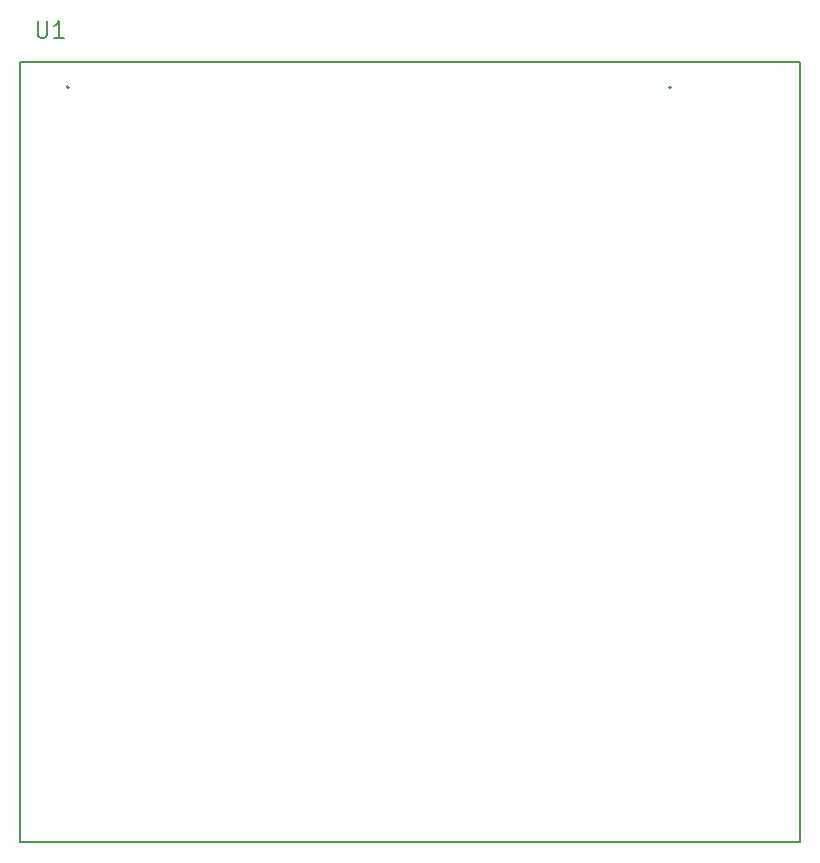
<source format=gbr>
%TF.GenerationSoftware,KiCad,Pcbnew,(7.0.0)*%
%TF.CreationDate,2023-06-01T06:11:32-06:00*%
%TF.ProjectId,Phase_D_STM32_v1,50686173-655f-4445-9f53-544d33325f76,rev?*%
%TF.SameCoordinates,Original*%
%TF.FileFunction,Legend,Top*%
%TF.FilePolarity,Positive*%
%FSLAX46Y46*%
G04 Gerber Fmt 4.6, Leading zero omitted, Abs format (unit mm)*
G04 Created by KiCad (PCBNEW (7.0.0)) date 2023-06-01 06:11:32*
%MOMM*%
%LPD*%
G01*
G04 APERTURE LIST*
%ADD10C,0.150000*%
%ADD11C,0.127000*%
%ADD12C,0.200000*%
G04 APERTURE END LIST*
D10*
%TO.C,U1*%
X196353333Y-43064333D02*
X196353333Y-44197666D01*
X196353333Y-44197666D02*
X196420000Y-44331000D01*
X196420000Y-44331000D02*
X196486666Y-44397666D01*
X196486666Y-44397666D02*
X196620000Y-44464333D01*
X196620000Y-44464333D02*
X196886666Y-44464333D01*
X196886666Y-44464333D02*
X197020000Y-44397666D01*
X197020000Y-44397666D02*
X197086666Y-44331000D01*
X197086666Y-44331000D02*
X197153333Y-44197666D01*
X197153333Y-44197666D02*
X197153333Y-43064333D01*
X198553333Y-44464333D02*
X197753333Y-44464333D01*
X198153333Y-44464333D02*
X198153333Y-43064333D01*
X198153333Y-43064333D02*
X198020000Y-43264333D01*
X198020000Y-43264333D02*
X197886667Y-43397666D01*
X197886667Y-43397666D02*
X197753333Y-43464333D01*
D11*
X194880000Y-46490000D02*
X194880000Y-112530000D01*
X194880000Y-112530000D02*
X260880000Y-112530000D01*
X260900000Y-46490000D02*
X194880000Y-46490000D01*
X260900000Y-112530000D02*
X260900000Y-46490000D01*
D12*
X199000000Y-48660000D02*
G75*
G03*
X199000000Y-48660000I-100000J0D01*
G01*
X250000000Y-48660000D02*
G75*
G03*
X250000000Y-48660000I-100000J0D01*
G01*
%TD*%
M02*

</source>
